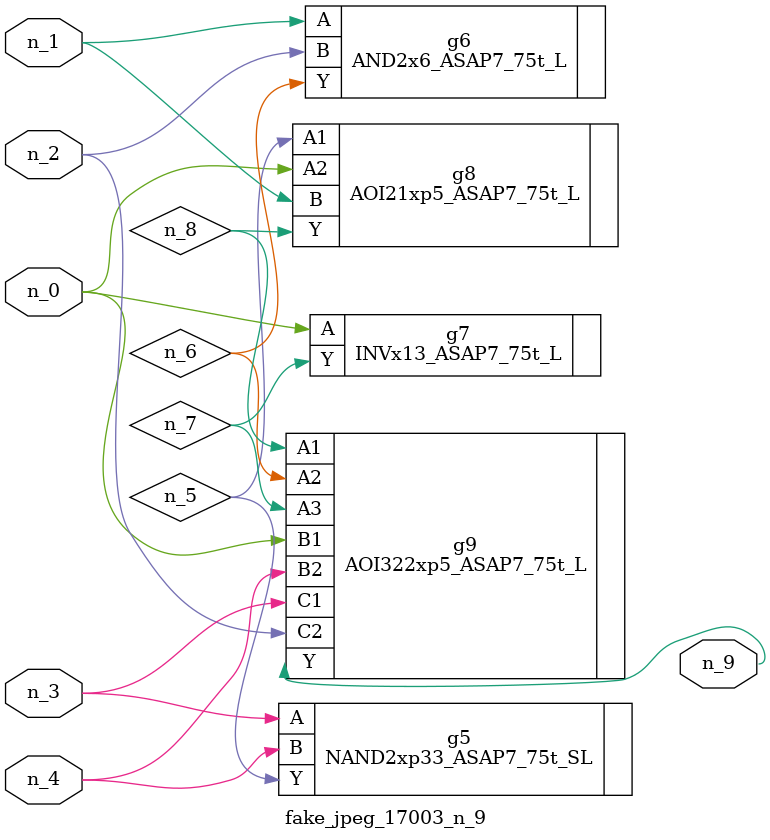
<source format=v>
module fake_jpeg_17003_n_9 (n_3, n_2, n_1, n_0, n_4, n_9);

input n_3;
input n_2;
input n_1;
input n_0;
input n_4;

output n_9;

wire n_8;
wire n_6;
wire n_5;
wire n_7;

NAND2xp33_ASAP7_75t_SL g5 ( 
.A(n_3),
.B(n_4),
.Y(n_5)
);

AND2x6_ASAP7_75t_L g6 ( 
.A(n_1),
.B(n_2),
.Y(n_6)
);

INVx13_ASAP7_75t_L g7 ( 
.A(n_0),
.Y(n_7)
);

AOI21xp5_ASAP7_75t_L g8 ( 
.A1(n_5),
.A2(n_0),
.B(n_1),
.Y(n_8)
);

AOI322xp5_ASAP7_75t_L g9 ( 
.A1(n_8),
.A2(n_6),
.A3(n_7),
.B1(n_0),
.B2(n_4),
.C1(n_3),
.C2(n_2),
.Y(n_9)
);


endmodule
</source>
